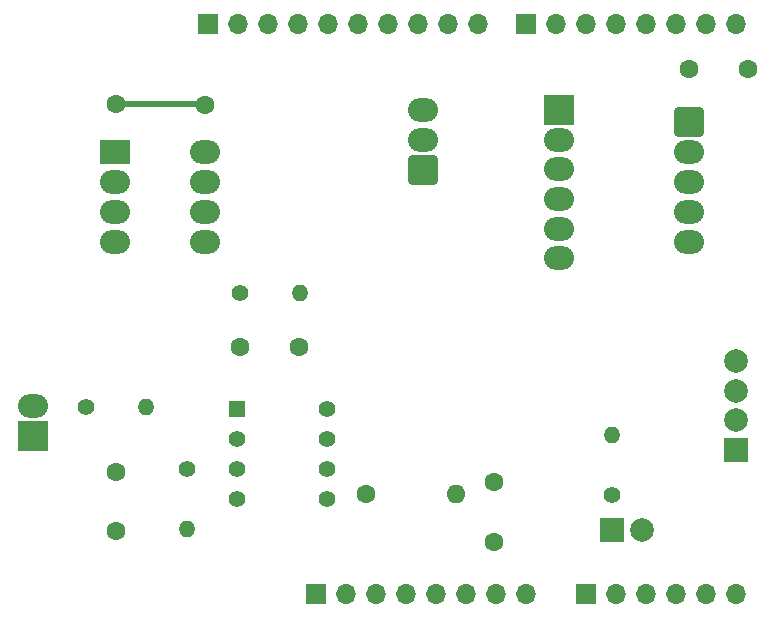
<source format=gbr>
%TF.GenerationSoftware,KiCad,Pcbnew,9.0.0*%
%TF.CreationDate,2025-03-18T21:40:51+01:00*%
%TF.ProjectId,Capteur_KICAD,43617074-6575-4725-9f4b-494341442e6b,rev?*%
%TF.SameCoordinates,Original*%
%TF.FileFunction,Copper,L1,Top*%
%TF.FilePolarity,Positive*%
%FSLAX46Y46*%
G04 Gerber Fmt 4.6, Leading zero omitted, Abs format (unit mm)*
G04 Created by KiCad (PCBNEW 9.0.0) date 2025-03-18 21:40:51*
%MOMM*%
%LPD*%
G01*
G04 APERTURE LIST*
G04 Aperture macros list*
%AMRoundRect*
0 Rectangle with rounded corners*
0 $1 Rounding radius*
0 $2 $3 $4 $5 $6 $7 $8 $9 X,Y pos of 4 corners*
0 Add a 4 corners polygon primitive as box body*
4,1,4,$2,$3,$4,$5,$6,$7,$8,$9,$2,$3,0*
0 Add four circle primitives for the rounded corners*
1,1,$1+$1,$2,$3*
1,1,$1+$1,$4,$5*
1,1,$1+$1,$6,$7*
1,1,$1+$1,$8,$9*
0 Add four rect primitives between the rounded corners*
20,1,$1+$1,$2,$3,$4,$5,0*
20,1,$1+$1,$4,$5,$6,$7,0*
20,1,$1+$1,$6,$7,$8,$9,0*
20,1,$1+$1,$8,$9,$2,$3,0*%
G04 Aperture macros list end*
%TA.AperFunction,ComponentPad*%
%ADD10O,2.540000X2.000000*%
%TD*%
%TA.AperFunction,ComponentPad*%
%ADD11RoundRect,0.381000X0.889000X-0.889000X0.889000X0.889000X-0.889000X0.889000X-0.889000X-0.889000X0*%
%TD*%
%TA.AperFunction,ComponentPad*%
%ADD12R,1.700000X1.700000*%
%TD*%
%TA.AperFunction,ComponentPad*%
%ADD13O,1.700000X1.700000*%
%TD*%
%TA.AperFunction,ComponentPad*%
%ADD14C,1.600000*%
%TD*%
%TA.AperFunction,ComponentPad*%
%ADD15R,2.000000X2.000000*%
%TD*%
%TA.AperFunction,ComponentPad*%
%ADD16C,2.000000*%
%TD*%
%TA.AperFunction,ComponentPad*%
%ADD17R,2.540000X2.540000*%
%TD*%
%TA.AperFunction,ComponentPad*%
%ADD18RoundRect,0.381000X-0.889000X0.889000X-0.889000X-0.889000X0.889000X-0.889000X0.889000X0.889000X0*%
%TD*%
%TA.AperFunction,ComponentPad*%
%ADD19C,1.400000*%
%TD*%
%TA.AperFunction,ComponentPad*%
%ADD20O,1.400000X1.400000*%
%TD*%
%TA.AperFunction,ComponentPad*%
%ADD21O,1.600000X1.600000*%
%TD*%
%TA.AperFunction,ComponentPad*%
%ADD22R,2.540000X2.000000*%
%TD*%
%TA.AperFunction,ComponentPad*%
%ADD23R,1.397000X1.397000*%
%TD*%
%TA.AperFunction,ComponentPad*%
%ADD24C,1.397000*%
%TD*%
%TA.AperFunction,ViaPad*%
%ADD25C,1.600000*%
%TD*%
%TA.AperFunction,Conductor*%
%ADD26C,0.250000*%
%TD*%
%TA.AperFunction,Conductor*%
%ADD27C,0.500000*%
%TD*%
G04 APERTURE END LIST*
D10*
%TO.P,U8,3,PWM*%
%TO.N,9*%
X137000000Y-56500000D03*
%TO.P,U8,2,5V*%
%TO.N,+5V*%
X137000000Y-59040000D03*
D11*
%TO.P,U8,1,GND*%
%TO.N,GND*%
X137000000Y-61580000D03*
%TD*%
D12*
%TO.P,J1,1,Pin_1*%
%TO.N,unconnected-(J1-Pin_1-Pad1)*%
X127940000Y-97460000D03*
D13*
%TO.P,J1,2,Pin_2*%
%TO.N,/IOREF*%
X130480000Y-97460000D03*
%TO.P,J1,3,Pin_3*%
%TO.N,/~{RESET}*%
X133020000Y-97460000D03*
%TO.P,J1,4,Pin_4*%
%TO.N,+3V3*%
X135560000Y-97460000D03*
%TO.P,J1,5,Pin_5*%
%TO.N,+5V*%
X138100000Y-97460000D03*
%TO.P,J1,6,Pin_6*%
%TO.N,GND*%
X140640000Y-97460000D03*
%TO.P,J1,7,Pin_7*%
X143180000Y-97460000D03*
%TO.P,J1,8,Pin_8*%
%TO.N,VCC*%
X145720000Y-97460000D03*
%TD*%
D12*
%TO.P,J3,1,Pin_1*%
%TO.N,A0*%
X150800000Y-97460000D03*
D13*
%TO.P,J3,2,Pin_2*%
%TO.N,/A1*%
X153340000Y-97460000D03*
%TO.P,J3,3,Pin_3*%
%TO.N,A2*%
X155880000Y-97460000D03*
%TO.P,J3,4,Pin_4*%
%TO.N,/A3*%
X158420000Y-97460000D03*
%TO.P,J3,5,Pin_5*%
%TO.N,A4*%
X160960000Y-97460000D03*
%TO.P,J3,6,Pin_6*%
%TO.N,A5*%
X163500000Y-97460000D03*
%TD*%
D12*
%TO.P,J2,1,Pin_1*%
%TO.N,A5*%
X118796000Y-49200000D03*
D13*
%TO.P,J2,2,Pin_2*%
%TO.N,A4*%
X121336000Y-49200000D03*
%TO.P,J2,3,Pin_3*%
%TO.N,/AREF*%
X123876000Y-49200000D03*
%TO.P,J2,4,Pin_4*%
%TO.N,GND*%
X126416000Y-49200000D03*
%TO.P,J2,5,Pin_5*%
%TO.N,13*%
X128956000Y-49200000D03*
%TO.P,J2,6,Pin_6*%
%TO.N,12*%
X131496000Y-49200000D03*
%TO.P,J2,7,Pin_7*%
%TO.N,11*%
X134036000Y-49200000D03*
%TO.P,J2,8,Pin_8*%
%TO.N,10*%
X136576000Y-49200000D03*
%TO.P,J2,9,Pin_9*%
%TO.N,9*%
X139116000Y-49200000D03*
%TO.P,J2,10,Pin_10*%
%TO.N,8*%
X141656000Y-49200000D03*
%TD*%
D12*
%TO.P,J4,1,Pin_1*%
%TO.N,7*%
X145720000Y-49200000D03*
D13*
%TO.P,J4,2,Pin_2*%
%TO.N,6*%
X148260000Y-49200000D03*
%TO.P,J4,3,Pin_3*%
%TO.N,5*%
X150800000Y-49200000D03*
%TO.P,J4,4,Pin_4*%
%TO.N,4*%
X153340000Y-49200000D03*
%TO.P,J4,5,Pin_5*%
%TO.N,3*%
X155880000Y-49200000D03*
%TO.P,J4,6,Pin_6*%
%TO.N,2*%
X158420000Y-49200000D03*
%TO.P,J4,7,Pin_7*%
%TO.N,/TX{slash}1*%
X160960000Y-49200000D03*
%TO.P,J4,8,Pin_8*%
%TO.N,/RX{slash}0*%
X163500000Y-49200000D03*
%TD*%
D14*
%TO.P,C1,1*%
%TO.N,GND*%
X111000000Y-92115000D03*
%TO.P,C1,2*%
%TO.N,Net-(U4-+IN)*%
X111000000Y-87115000D03*
%TD*%
D15*
%TO.P,U2,1,V+*%
%TO.N,A2*%
X152960000Y-92000000D03*
D16*
%TO.P,U2,2,V-*%
%TO.N,GND*%
X155500000Y-92000000D03*
%TD*%
D17*
%TO.P,U3,1,+*%
%TO.N,+5V*%
X104000000Y-84040000D03*
D10*
%TO.P,U3,2,-*%
%TO.N,Net-(U3--)*%
X104000000Y-81500000D03*
%TD*%
D15*
%TO.P,U5,1,GND*%
%TO.N,GND*%
X163500000Y-85250000D03*
D16*
%TO.P,U5,2,VCC*%
%TO.N,+5V*%
X163500000Y-82750000D03*
%TO.P,U5,3,SCL*%
%TO.N,A5*%
X163500000Y-80250000D03*
%TO.P,U5,4,SDA*%
%TO.N,A4*%
X163500000Y-77750000D03*
%TD*%
D17*
%TO.P,U1,1,Key*%
%TO.N,unconnected-(U1-Key-Pad1)*%
X148500000Y-56500000D03*
D10*
%TO.P,U1,2,VCC*%
%TO.N,+5V*%
X148500000Y-59000000D03*
%TO.P,U1,3,GND*%
%TO.N,GND*%
X148500000Y-61500000D03*
%TO.P,U1,4,TXD*%
%TO.N,5*%
X148500000Y-64000000D03*
%TO.P,U1,5,RXD*%
%TO.N,6*%
X148500000Y-66500000D03*
%TO.P,U1,6,STATE*%
%TO.N,unconnected-(U1-STATE-Pad6)*%
X148500000Y-69000000D03*
%TD*%
D18*
%TO.P,U7,1,CLK*%
%TO.N,2*%
X159500000Y-57500000D03*
D10*
%TO.P,U7,2,DT*%
%TO.N,3*%
X159500000Y-60040000D03*
%TO.P,U7,3,SW*%
%TO.N,4*%
X159500000Y-62580000D03*
%TO.P,U7,4,+*%
%TO.N,+5V*%
X159500000Y-65120000D03*
%TO.P,U7,5,GND*%
%TO.N,GND*%
X159500000Y-67660000D03*
%TD*%
D19*
%TO.P,R5,1*%
%TO.N,Net-(U3--)*%
X108460000Y-81615000D03*
D20*
%TO.P,R5,2*%
%TO.N,Net-(U4-+IN)*%
X113540000Y-81615000D03*
%TD*%
D19*
%TO.P,R7,1*%
%TO.N,A2*%
X153000000Y-89080000D03*
D20*
%TO.P,R7,2*%
%TO.N,+5V*%
X153000000Y-84000000D03*
%TD*%
D14*
%TO.P,R6,1*%
%TO.N,Net-(U4-OUT)*%
X132190000Y-89000000D03*
D21*
%TO.P,R6,2*%
%TO.N,A0*%
X139810000Y-89000000D03*
%TD*%
D14*
%TO.P,C2,1*%
%TO.N,GND*%
X143000000Y-93000000D03*
%TO.P,C2,2*%
%TO.N,A0*%
X143000000Y-88000000D03*
%TD*%
%TO.P,C4,1*%
%TO.N,Net-(U4--IN)*%
X121500000Y-76500000D03*
%TO.P,C4,2*%
%TO.N,Net-(U4-OUT)*%
X126500000Y-76500000D03*
%TD*%
D22*
%TO.P,U6,1,CS*%
%TO.N,10*%
X110880000Y-60000000D03*
D10*
%TO.P,U6,2,SCK*%
%TO.N,13*%
X110880000Y-62540000D03*
%TO.P,U6,3,SDI/SDO*%
%TO.N,11*%
X110880000Y-65080000D03*
%TO.P,U6,4,Vss*%
%TO.N,GND*%
X110880000Y-67620000D03*
%TO.P,U6,5,P0A*%
X118500000Y-67620000D03*
%TO.P,U6,6,P0W*%
X118500000Y-65080000D03*
%TO.P,U6,7,P0B*%
%TO.N,Net-(U4--IN)*%
X118500000Y-62540000D03*
%TO.P,U6,8,Vdd*%
%TO.N,+5V*%
X118500000Y-60000000D03*
%TD*%
D14*
%TO.P,C5,1*%
%TO.N,2*%
X159500000Y-53000000D03*
%TO.P,C5,2*%
%TO.N,GND*%
X164500000Y-53000000D03*
%TD*%
D23*
%TO.P,U4,1,NC*%
%TO.N,unconnected-(U4-NC-Pad1)*%
X121190000Y-81805000D03*
D24*
%TO.P,U4,2,-IN*%
%TO.N,Net-(U4--IN)*%
X121190000Y-84345000D03*
%TO.P,U4,3,+IN*%
%TO.N,Net-(U4-+IN)*%
X121190000Y-86885000D03*
%TO.P,U4,4,V-*%
%TO.N,GND*%
X121190000Y-89425000D03*
%TO.P,U4,5,EXT_CLOCK_INPUT*%
%TO.N,unconnected-(U4-EXT_CLOCK_INPUT-Pad5)*%
X128810000Y-89425000D03*
%TO.P,U4,6,OUT*%
%TO.N,Net-(U4-OUT)*%
X128810000Y-86885000D03*
%TO.P,U4,7,V+*%
%TO.N,+5V*%
X128810000Y-84345000D03*
%TO.P,U4,8,NC*%
%TO.N,unconnected-(U4-NC-Pad8)*%
X128810000Y-81805000D03*
%TD*%
D19*
%TO.P,R3,1*%
%TO.N,Net-(U4--IN)*%
X121500000Y-72000000D03*
D20*
%TO.P,R3,2*%
%TO.N,Net-(U4-OUT)*%
X126580000Y-72000000D03*
%TD*%
D19*
%TO.P,R1,1*%
%TO.N,Net-(U4-+IN)*%
X117000000Y-86895000D03*
D20*
%TO.P,R1,2*%
%TO.N,GND*%
X117000000Y-91975000D03*
%TD*%
D25*
%TO.N,10*%
X118500000Y-56000000D03*
X111000000Y-55949000D03*
%TD*%
D26*
%TO.N,Net-(U4-+IN)*%
X121180000Y-86895000D02*
X121190000Y-86885000D01*
D27*
%TO.N,10*%
X111000000Y-55949000D02*
X118449000Y-55949000D01*
X118449000Y-55949000D02*
X118500000Y-56000000D01*
%TD*%
M02*

</source>
